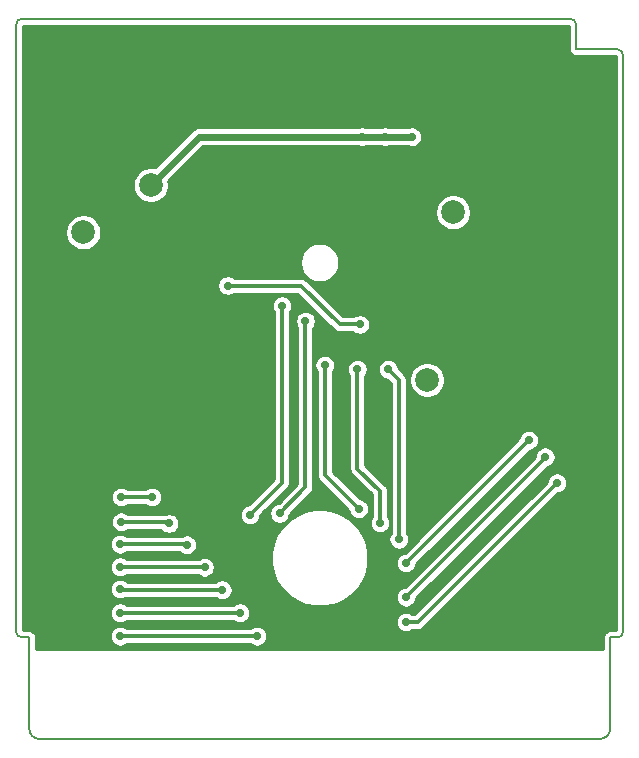
<source format=gbr>
G04 #@! TF.GenerationSoftware,KiCad,Pcbnew,5.1.5-52549c5~84~ubuntu19.10.1*
G04 #@! TF.CreationDate,2020-02-14T19:35:02+02:00*
G04 #@! TF.ProjectId,GB-CART32K-A,47422d43-4152-4543-9332-4b2d412e6b69,v1.1*
G04 #@! TF.SameCoordinates,Original*
G04 #@! TF.FileFunction,Copper,L2,Bot*
G04 #@! TF.FilePolarity,Positive*
%FSLAX46Y46*%
G04 Gerber Fmt 4.6, Leading zero omitted, Abs format (unit mm)*
G04 Created by KiCad (PCBNEW 5.1.5-52549c5~84~ubuntu19.10.1) date 2020-02-14 19:35:02*
%MOMM*%
%LPD*%
G04 APERTURE LIST*
%ADD10C,0.150000*%
%ADD11C,2.000000*%
%ADD12C,0.700000*%
%ADD13C,0.600000*%
%ADD14C,0.300000*%
%ADD15C,0.254000*%
G04 APERTURE END LIST*
D10*
X74800000Y-91400000D02*
G75*
G02X74300000Y-90900000I0J500000D01*
G01*
X74300000Y-39500000D02*
G75*
G02X74800000Y-39000000I500000J0D01*
G01*
X121200000Y-39000000D02*
G75*
G02X121700000Y-39500000I0J-500000D01*
G01*
X125200000Y-41600000D02*
G75*
G02X125700000Y-42100000I0J-500000D01*
G01*
X125700000Y-90900000D02*
G75*
G02X125200000Y-91400000I-500000J0D01*
G01*
X76300000Y-100000000D02*
G75*
G02X75400000Y-99100000I0J900000D01*
G01*
X124600000Y-99100000D02*
G75*
G02X123700000Y-100000000I-900000J0D01*
G01*
X121700000Y-39500000D02*
X121700000Y-41600000D01*
X74800000Y-39000000D02*
X121200000Y-39000000D01*
X125200000Y-41600000D02*
X121700000Y-41600000D01*
X74300000Y-90900000D02*
X74300000Y-39500000D01*
X75400000Y-91400000D02*
X74800000Y-91400000D01*
X75400000Y-99100000D02*
X75400000Y-91400000D01*
X125700000Y-90900000D02*
X125700000Y-42100000D01*
X124600000Y-91400000D02*
X125200000Y-91400000D01*
X124600000Y-99100000D02*
X124600000Y-91400000D01*
X76300000Y-100000000D02*
X123700000Y-100000000D01*
D11*
X111300000Y-55400000D03*
X109100000Y-69600000D03*
X80000000Y-57100000D03*
X85700000Y-53100000D03*
D12*
X103600000Y-49000000D03*
X105500000Y-49000000D03*
X107800000Y-49000000D03*
X87800000Y-74400000D03*
X93000000Y-55300000D03*
X93200000Y-53400000D03*
X93800000Y-51100000D03*
X123400000Y-90200000D03*
X123400000Y-89000000D03*
X123400000Y-87800000D03*
X105800000Y-68700000D03*
X103400000Y-64900000D03*
X106700000Y-83100000D03*
X92199998Y-61600002D03*
X107300000Y-85100000D03*
X117700002Y-74700002D03*
X107300000Y-88000000D03*
X119099998Y-76100128D03*
X94700000Y-91300000D03*
X83100000Y-91300000D03*
X83100000Y-89300000D03*
X93249996Y-89300000D03*
X91750000Y-87350000D03*
X83100000Y-87300000D03*
X83100000Y-85400000D03*
X90250000Y-85450000D03*
X83100002Y-83500000D03*
X88750000Y-83550000D03*
X83200000Y-81600000D03*
X87250000Y-81750006D03*
X83199999Y-79500000D03*
X85800000Y-79500000D03*
X100439998Y-68340000D03*
X103300000Y-80500000D03*
X105100000Y-81700000D03*
X103199998Y-68700000D03*
X96600000Y-80900000D03*
X98800000Y-64600000D03*
X96800000Y-63300000D03*
X94100000Y-81000000D03*
X107300000Y-90100000D03*
X120100000Y-78300000D03*
D13*
X85700000Y-53100000D02*
X89800000Y-49000000D01*
X89800000Y-49000000D02*
X103600000Y-49000000D01*
X103600000Y-49000000D02*
X105500000Y-49000000D01*
X105500000Y-49000000D02*
X107800000Y-49000000D01*
D14*
X106700000Y-69600000D02*
X106700000Y-82605026D01*
X106700000Y-82605026D02*
X106700000Y-83100000D01*
X105800000Y-68700000D02*
X106700000Y-69600000D01*
X92694972Y-61600002D02*
X92199998Y-61600002D01*
X98400002Y-61600002D02*
X92694972Y-61600002D01*
X103400000Y-64900000D02*
X101700000Y-64900000D01*
X101700000Y-64900000D02*
X98400002Y-61600002D01*
X117699998Y-74700002D02*
X117700002Y-74700002D01*
X107300000Y-85100000D02*
X117699998Y-74700002D01*
X119099998Y-76200002D02*
X119099998Y-76100128D01*
X107300000Y-88000000D02*
X119099998Y-76200002D01*
X94700000Y-91300000D02*
X83100000Y-91300000D01*
X83100000Y-89300000D02*
X93249996Y-89300000D01*
X83150000Y-87350000D02*
X83100000Y-87300000D01*
X91750000Y-87350000D02*
X83150000Y-87350000D01*
X83100000Y-85400000D02*
X90200000Y-85400000D01*
X90200000Y-85400000D02*
X90250000Y-85450000D01*
X88700000Y-83500000D02*
X88750000Y-83550000D01*
X83100002Y-83500000D02*
X88700000Y-83500000D01*
X83200000Y-81600000D02*
X87099994Y-81600000D01*
X87099994Y-81600000D02*
X87250000Y-81750006D01*
X83199999Y-79500000D02*
X85800000Y-79500000D01*
X102950001Y-80150001D02*
X103300000Y-80500000D01*
X100439998Y-77639998D02*
X102950001Y-80150001D01*
X100439998Y-68340000D02*
X100439998Y-77639998D01*
X103200000Y-68700002D02*
X103199998Y-68700000D01*
X103200000Y-77100000D02*
X103200000Y-68700002D01*
X105100000Y-81700000D02*
X105100000Y-79000000D01*
X105100000Y-79000000D02*
X103200000Y-77100000D01*
X98800000Y-78700000D02*
X98800000Y-64600000D01*
X96600000Y-80900000D02*
X98800000Y-78700000D01*
X96800000Y-63300000D02*
X96800000Y-78300000D01*
X96800000Y-78300000D02*
X94449999Y-80650001D01*
X94449999Y-80650001D02*
X94100000Y-81000000D01*
X119750001Y-78649999D02*
X120100000Y-78300000D01*
X107300000Y-90100000D02*
X108300000Y-90100000D01*
X108300000Y-90100000D02*
X119750001Y-78649999D01*
D15*
G36*
X121098001Y-41570424D02*
G01*
X121095088Y-41600000D01*
X121106711Y-41718012D01*
X121141134Y-41831490D01*
X121197034Y-41936071D01*
X121272263Y-42027737D01*
X121363929Y-42102966D01*
X121468510Y-42158866D01*
X121581988Y-42193289D01*
X121670434Y-42202000D01*
X121700000Y-42204912D01*
X121729566Y-42202000D01*
X125098001Y-42202000D01*
X125098000Y-90798000D01*
X124629566Y-90798000D01*
X124600000Y-90795088D01*
X124555224Y-90799498D01*
X124481988Y-90806711D01*
X124368510Y-90841134D01*
X124263929Y-90897034D01*
X124172263Y-90972263D01*
X124097034Y-91063929D01*
X124041134Y-91168510D01*
X124006711Y-91281988D01*
X123995088Y-91400000D01*
X123998001Y-91429577D01*
X123998001Y-92373000D01*
X76002000Y-92373000D01*
X76002000Y-91429566D01*
X76004912Y-91400000D01*
X75993289Y-91281988D01*
X75972551Y-91213623D01*
X82223000Y-91213623D01*
X82223000Y-91386377D01*
X82256703Y-91555811D01*
X82322813Y-91715415D01*
X82418790Y-91859055D01*
X82540945Y-91981210D01*
X82684585Y-92077187D01*
X82844189Y-92143297D01*
X83013623Y-92177000D01*
X83186377Y-92177000D01*
X83355811Y-92143297D01*
X83515415Y-92077187D01*
X83659055Y-91981210D01*
X83663265Y-91977000D01*
X94136735Y-91977000D01*
X94140945Y-91981210D01*
X94284585Y-92077187D01*
X94444189Y-92143297D01*
X94613623Y-92177000D01*
X94786377Y-92177000D01*
X94955811Y-92143297D01*
X95115415Y-92077187D01*
X95259055Y-91981210D01*
X95381210Y-91859055D01*
X95477187Y-91715415D01*
X95543297Y-91555811D01*
X95577000Y-91386377D01*
X95577000Y-91213623D01*
X95543297Y-91044189D01*
X95477187Y-90884585D01*
X95381210Y-90740945D01*
X95259055Y-90618790D01*
X95115415Y-90522813D01*
X94955811Y-90456703D01*
X94786377Y-90423000D01*
X94613623Y-90423000D01*
X94444189Y-90456703D01*
X94284585Y-90522813D01*
X94140945Y-90618790D01*
X94136735Y-90623000D01*
X83663265Y-90623000D01*
X83659055Y-90618790D01*
X83515415Y-90522813D01*
X83355811Y-90456703D01*
X83186377Y-90423000D01*
X83013623Y-90423000D01*
X82844189Y-90456703D01*
X82684585Y-90522813D01*
X82540945Y-90618790D01*
X82418790Y-90740945D01*
X82322813Y-90884585D01*
X82256703Y-91044189D01*
X82223000Y-91213623D01*
X75972551Y-91213623D01*
X75958866Y-91168510D01*
X75902966Y-91063929D01*
X75827737Y-90972263D01*
X75736071Y-90897034D01*
X75631490Y-90841134D01*
X75518012Y-90806711D01*
X75400000Y-90795088D01*
X75370434Y-90798000D01*
X74902000Y-90798000D01*
X74902000Y-89213623D01*
X82223000Y-89213623D01*
X82223000Y-89386377D01*
X82256703Y-89555811D01*
X82322813Y-89715415D01*
X82418790Y-89859055D01*
X82540945Y-89981210D01*
X82684585Y-90077187D01*
X82844189Y-90143297D01*
X83013623Y-90177000D01*
X83186377Y-90177000D01*
X83355811Y-90143297D01*
X83515415Y-90077187D01*
X83659055Y-89981210D01*
X83663265Y-89977000D01*
X92686731Y-89977000D01*
X92690941Y-89981210D01*
X92834581Y-90077187D01*
X92994185Y-90143297D01*
X93163619Y-90177000D01*
X93336373Y-90177000D01*
X93505807Y-90143297D01*
X93665411Y-90077187D01*
X93760541Y-90013623D01*
X106423000Y-90013623D01*
X106423000Y-90186377D01*
X106456703Y-90355811D01*
X106522813Y-90515415D01*
X106618790Y-90659055D01*
X106740945Y-90781210D01*
X106884585Y-90877187D01*
X107044189Y-90943297D01*
X107213623Y-90977000D01*
X107386377Y-90977000D01*
X107555811Y-90943297D01*
X107715415Y-90877187D01*
X107859055Y-90781210D01*
X107863265Y-90777000D01*
X108266755Y-90777000D01*
X108300000Y-90780274D01*
X108333245Y-90777000D01*
X108333252Y-90777000D01*
X108432715Y-90767204D01*
X108560330Y-90728492D01*
X108677941Y-90665628D01*
X108781027Y-90581027D01*
X108802226Y-90555196D01*
X120180423Y-79177000D01*
X120186377Y-79177000D01*
X120355811Y-79143297D01*
X120515415Y-79077187D01*
X120659055Y-78981210D01*
X120781210Y-78859055D01*
X120877187Y-78715415D01*
X120943297Y-78555811D01*
X120977000Y-78386377D01*
X120977000Y-78213623D01*
X120943297Y-78044189D01*
X120877187Y-77884585D01*
X120781210Y-77740945D01*
X120659055Y-77618790D01*
X120515415Y-77522813D01*
X120355811Y-77456703D01*
X120186377Y-77423000D01*
X120013623Y-77423000D01*
X119844189Y-77456703D01*
X119684585Y-77522813D01*
X119540945Y-77618790D01*
X119418790Y-77740945D01*
X119322813Y-77884585D01*
X119256703Y-78044189D01*
X119223000Y-78213623D01*
X119223000Y-78219577D01*
X108019578Y-89423000D01*
X107863265Y-89423000D01*
X107859055Y-89418790D01*
X107715415Y-89322813D01*
X107555811Y-89256703D01*
X107386377Y-89223000D01*
X107213623Y-89223000D01*
X107044189Y-89256703D01*
X106884585Y-89322813D01*
X106740945Y-89418790D01*
X106618790Y-89540945D01*
X106522813Y-89684585D01*
X106456703Y-89844189D01*
X106423000Y-90013623D01*
X93760541Y-90013623D01*
X93809051Y-89981210D01*
X93931206Y-89859055D01*
X94027183Y-89715415D01*
X94093293Y-89555811D01*
X94126996Y-89386377D01*
X94126996Y-89213623D01*
X94093293Y-89044189D01*
X94027183Y-88884585D01*
X93931206Y-88740945D01*
X93809051Y-88618790D01*
X93665411Y-88522813D01*
X93505807Y-88456703D01*
X93336373Y-88423000D01*
X93163619Y-88423000D01*
X92994185Y-88456703D01*
X92834581Y-88522813D01*
X92690941Y-88618790D01*
X92686731Y-88623000D01*
X83663265Y-88623000D01*
X83659055Y-88618790D01*
X83515415Y-88522813D01*
X83355811Y-88456703D01*
X83186377Y-88423000D01*
X83013623Y-88423000D01*
X82844189Y-88456703D01*
X82684585Y-88522813D01*
X82540945Y-88618790D01*
X82418790Y-88740945D01*
X82322813Y-88884585D01*
X82256703Y-89044189D01*
X82223000Y-89213623D01*
X74902000Y-89213623D01*
X74902000Y-87213623D01*
X82223000Y-87213623D01*
X82223000Y-87386377D01*
X82256703Y-87555811D01*
X82322813Y-87715415D01*
X82418790Y-87859055D01*
X82540945Y-87981210D01*
X82684585Y-88077187D01*
X82844189Y-88143297D01*
X83013623Y-88177000D01*
X83186377Y-88177000D01*
X83355811Y-88143297D01*
X83515415Y-88077187D01*
X83590525Y-88027000D01*
X91186735Y-88027000D01*
X91190945Y-88031210D01*
X91334585Y-88127187D01*
X91494189Y-88193297D01*
X91663623Y-88227000D01*
X91836377Y-88227000D01*
X92005811Y-88193297D01*
X92165415Y-88127187D01*
X92309055Y-88031210D01*
X92431210Y-87909055D01*
X92527187Y-87765415D01*
X92593297Y-87605811D01*
X92627000Y-87436377D01*
X92627000Y-87263623D01*
X92593297Y-87094189D01*
X92527187Y-86934585D01*
X92431210Y-86790945D01*
X92309055Y-86668790D01*
X92165415Y-86572813D01*
X92005811Y-86506703D01*
X91836377Y-86473000D01*
X91663623Y-86473000D01*
X91494189Y-86506703D01*
X91334585Y-86572813D01*
X91190945Y-86668790D01*
X91186735Y-86673000D01*
X83713265Y-86673000D01*
X83659055Y-86618790D01*
X83515415Y-86522813D01*
X83355811Y-86456703D01*
X83186377Y-86423000D01*
X83013623Y-86423000D01*
X82844189Y-86456703D01*
X82684585Y-86522813D01*
X82540945Y-86618790D01*
X82418790Y-86740945D01*
X82322813Y-86884585D01*
X82256703Y-87044189D01*
X82223000Y-87213623D01*
X74902000Y-87213623D01*
X74902000Y-85313623D01*
X82223000Y-85313623D01*
X82223000Y-85486377D01*
X82256703Y-85655811D01*
X82322813Y-85815415D01*
X82418790Y-85959055D01*
X82540945Y-86081210D01*
X82684585Y-86177187D01*
X82844189Y-86243297D01*
X83013623Y-86277000D01*
X83186377Y-86277000D01*
X83355811Y-86243297D01*
X83515415Y-86177187D01*
X83659055Y-86081210D01*
X83663265Y-86077000D01*
X89636735Y-86077000D01*
X89690945Y-86131210D01*
X89834585Y-86227187D01*
X89994189Y-86293297D01*
X90163623Y-86327000D01*
X90336377Y-86327000D01*
X90505811Y-86293297D01*
X90665415Y-86227187D01*
X90809055Y-86131210D01*
X90931210Y-86009055D01*
X91027187Y-85865415D01*
X91093297Y-85705811D01*
X91127000Y-85536377D01*
X91127000Y-85363623D01*
X91093297Y-85194189D01*
X91027187Y-85034585D01*
X90931210Y-84890945D01*
X90809055Y-84768790D01*
X90665415Y-84672813D01*
X90505811Y-84606703D01*
X90336377Y-84573000D01*
X90163623Y-84573000D01*
X89994189Y-84606703D01*
X89834585Y-84672813D01*
X89759475Y-84723000D01*
X83663265Y-84723000D01*
X83659055Y-84718790D01*
X83515415Y-84622813D01*
X83355811Y-84556703D01*
X83186377Y-84523000D01*
X83013623Y-84523000D01*
X82844189Y-84556703D01*
X82684585Y-84622813D01*
X82540945Y-84718790D01*
X82418790Y-84840945D01*
X82322813Y-84984585D01*
X82256703Y-85144189D01*
X82223000Y-85313623D01*
X74902000Y-85313623D01*
X74902000Y-83413623D01*
X82223002Y-83413623D01*
X82223002Y-83586377D01*
X82256705Y-83755811D01*
X82322815Y-83915415D01*
X82418792Y-84059055D01*
X82540947Y-84181210D01*
X82684587Y-84277187D01*
X82844191Y-84343297D01*
X83013625Y-84377000D01*
X83186379Y-84377000D01*
X83355813Y-84343297D01*
X83515417Y-84277187D01*
X83659057Y-84181210D01*
X83663267Y-84177000D01*
X88136735Y-84177000D01*
X88190945Y-84231210D01*
X88334585Y-84327187D01*
X88494189Y-84393297D01*
X88663623Y-84427000D01*
X88836377Y-84427000D01*
X89005811Y-84393297D01*
X89165415Y-84327187D01*
X89290622Y-84243526D01*
X95873000Y-84243526D01*
X95873000Y-85056474D01*
X96031598Y-85853802D01*
X96342700Y-86604868D01*
X96794350Y-87280809D01*
X97369191Y-87855650D01*
X98045132Y-88307300D01*
X98796198Y-88618402D01*
X99593526Y-88777000D01*
X100406474Y-88777000D01*
X101203802Y-88618402D01*
X101954868Y-88307300D01*
X102544046Y-87913623D01*
X106423000Y-87913623D01*
X106423000Y-88086377D01*
X106456703Y-88255811D01*
X106522813Y-88415415D01*
X106618790Y-88559055D01*
X106740945Y-88681210D01*
X106884585Y-88777187D01*
X107044189Y-88843297D01*
X107213623Y-88877000D01*
X107386377Y-88877000D01*
X107555811Y-88843297D01*
X107715415Y-88777187D01*
X107859055Y-88681210D01*
X107981210Y-88559055D01*
X108077187Y-88415415D01*
X108143297Y-88255811D01*
X108177000Y-88086377D01*
X108177000Y-88080422D01*
X119303615Y-76953807D01*
X119355809Y-76943425D01*
X119515413Y-76877315D01*
X119659053Y-76781338D01*
X119781208Y-76659183D01*
X119877185Y-76515543D01*
X119943295Y-76355939D01*
X119976998Y-76186505D01*
X119976998Y-76013751D01*
X119943295Y-75844317D01*
X119877185Y-75684713D01*
X119781208Y-75541073D01*
X119659053Y-75418918D01*
X119515413Y-75322941D01*
X119355809Y-75256831D01*
X119186375Y-75223128D01*
X119013621Y-75223128D01*
X118844187Y-75256831D01*
X118684583Y-75322941D01*
X118540943Y-75418918D01*
X118418788Y-75541073D01*
X118322811Y-75684713D01*
X118256701Y-75844317D01*
X118222998Y-76013751D01*
X118222998Y-76119580D01*
X107219578Y-87123000D01*
X107213623Y-87123000D01*
X107044189Y-87156703D01*
X106884585Y-87222813D01*
X106740945Y-87318790D01*
X106618790Y-87440945D01*
X106522813Y-87584585D01*
X106456703Y-87744189D01*
X106423000Y-87913623D01*
X102544046Y-87913623D01*
X102630809Y-87855650D01*
X103205650Y-87280809D01*
X103657300Y-86604868D01*
X103968402Y-85853802D01*
X104127000Y-85056474D01*
X104127000Y-85013623D01*
X106423000Y-85013623D01*
X106423000Y-85186377D01*
X106456703Y-85355811D01*
X106522813Y-85515415D01*
X106618790Y-85659055D01*
X106740945Y-85781210D01*
X106884585Y-85877187D01*
X107044189Y-85943297D01*
X107213623Y-85977000D01*
X107386377Y-85977000D01*
X107555811Y-85943297D01*
X107715415Y-85877187D01*
X107859055Y-85781210D01*
X107981210Y-85659055D01*
X108077187Y-85515415D01*
X108143297Y-85355811D01*
X108177000Y-85186377D01*
X108177000Y-85180422D01*
X117780420Y-75577002D01*
X117786379Y-75577002D01*
X117955813Y-75543299D01*
X118115417Y-75477189D01*
X118259057Y-75381212D01*
X118381212Y-75259057D01*
X118477189Y-75115417D01*
X118543299Y-74955813D01*
X118577002Y-74786379D01*
X118577002Y-74613625D01*
X118543299Y-74444191D01*
X118477189Y-74284587D01*
X118381212Y-74140947D01*
X118259057Y-74018792D01*
X118115417Y-73922815D01*
X117955813Y-73856705D01*
X117786379Y-73823002D01*
X117613625Y-73823002D01*
X117444191Y-73856705D01*
X117284587Y-73922815D01*
X117140947Y-74018792D01*
X117018792Y-74140947D01*
X116922815Y-74284587D01*
X116856705Y-74444191D01*
X116823002Y-74613625D01*
X116823002Y-74619576D01*
X107219578Y-84223000D01*
X107213623Y-84223000D01*
X107044189Y-84256703D01*
X106884585Y-84322813D01*
X106740945Y-84418790D01*
X106618790Y-84540945D01*
X106522813Y-84684585D01*
X106456703Y-84844189D01*
X106423000Y-85013623D01*
X104127000Y-85013623D01*
X104127000Y-84243526D01*
X103968402Y-83446198D01*
X103657300Y-82695132D01*
X103205650Y-82019191D01*
X102630809Y-81444350D01*
X101954868Y-80992700D01*
X101203802Y-80681598D01*
X100406474Y-80523000D01*
X99593526Y-80523000D01*
X98796198Y-80681598D01*
X98045132Y-80992700D01*
X97369191Y-81444350D01*
X96794350Y-82019191D01*
X96342700Y-82695132D01*
X96031598Y-83446198D01*
X95873000Y-84243526D01*
X89290622Y-84243526D01*
X89309055Y-84231210D01*
X89431210Y-84109055D01*
X89527187Y-83965415D01*
X89593297Y-83805811D01*
X89627000Y-83636377D01*
X89627000Y-83463623D01*
X89593297Y-83294189D01*
X89527187Y-83134585D01*
X89431210Y-82990945D01*
X89309055Y-82868790D01*
X89165415Y-82772813D01*
X89005811Y-82706703D01*
X88836377Y-82673000D01*
X88663623Y-82673000D01*
X88494189Y-82706703D01*
X88334585Y-82772813D01*
X88259475Y-82823000D01*
X83663267Y-82823000D01*
X83659057Y-82818790D01*
X83515417Y-82722813D01*
X83355813Y-82656703D01*
X83186379Y-82623000D01*
X83013625Y-82623000D01*
X82844191Y-82656703D01*
X82684587Y-82722813D01*
X82540947Y-82818790D01*
X82418792Y-82940945D01*
X82322815Y-83084585D01*
X82256705Y-83244189D01*
X82223002Y-83413623D01*
X74902000Y-83413623D01*
X74902000Y-81513623D01*
X82323000Y-81513623D01*
X82323000Y-81686377D01*
X82356703Y-81855811D01*
X82422813Y-82015415D01*
X82518790Y-82159055D01*
X82640945Y-82281210D01*
X82784585Y-82377187D01*
X82944189Y-82443297D01*
X83113623Y-82477000D01*
X83286377Y-82477000D01*
X83455811Y-82443297D01*
X83615415Y-82377187D01*
X83759055Y-82281210D01*
X83763265Y-82277000D01*
X86547368Y-82277000D01*
X86568790Y-82309061D01*
X86690945Y-82431216D01*
X86834585Y-82527193D01*
X86994189Y-82593303D01*
X87163623Y-82627006D01*
X87336377Y-82627006D01*
X87505811Y-82593303D01*
X87665415Y-82527193D01*
X87809055Y-82431216D01*
X87931210Y-82309061D01*
X88027187Y-82165421D01*
X88093297Y-82005817D01*
X88127000Y-81836383D01*
X88127000Y-81663629D01*
X88093297Y-81494195D01*
X88027187Y-81334591D01*
X87931210Y-81190951D01*
X87809055Y-81068796D01*
X87665415Y-80972819D01*
X87522503Y-80913623D01*
X93223000Y-80913623D01*
X93223000Y-81086377D01*
X93256703Y-81255811D01*
X93322813Y-81415415D01*
X93418790Y-81559055D01*
X93540945Y-81681210D01*
X93684585Y-81777187D01*
X93844189Y-81843297D01*
X94013623Y-81877000D01*
X94186377Y-81877000D01*
X94355811Y-81843297D01*
X94515415Y-81777187D01*
X94659055Y-81681210D01*
X94781210Y-81559055D01*
X94877187Y-81415415D01*
X94943297Y-81255811D01*
X94977000Y-81086377D01*
X94977000Y-81080422D01*
X95243799Y-80813623D01*
X95723000Y-80813623D01*
X95723000Y-80986377D01*
X95756703Y-81155811D01*
X95822813Y-81315415D01*
X95918790Y-81459055D01*
X96040945Y-81581210D01*
X96184585Y-81677187D01*
X96344189Y-81743297D01*
X96513623Y-81777000D01*
X96686377Y-81777000D01*
X96855811Y-81743297D01*
X97015415Y-81677187D01*
X97159055Y-81581210D01*
X97281210Y-81459055D01*
X97377187Y-81315415D01*
X97443297Y-81155811D01*
X97477000Y-80986377D01*
X97477000Y-80980422D01*
X99255206Y-79202217D01*
X99281026Y-79181027D01*
X99302218Y-79155205D01*
X99302224Y-79155199D01*
X99365628Y-79077941D01*
X99428492Y-78960330D01*
X99467204Y-78832715D01*
X99480275Y-78700000D01*
X99477000Y-78666748D01*
X99477000Y-68253623D01*
X99562998Y-68253623D01*
X99562998Y-68426377D01*
X99596701Y-68595811D01*
X99662811Y-68755415D01*
X99758788Y-68899055D01*
X99762998Y-68903265D01*
X99762999Y-77606743D01*
X99759724Y-77639998D01*
X99772794Y-77772712D01*
X99811506Y-77900327D01*
X99874370Y-78017938D01*
X99937774Y-78095196D01*
X99937777Y-78095199D01*
X99958972Y-78121025D01*
X99984798Y-78142220D01*
X102423000Y-80580422D01*
X102423000Y-80586377D01*
X102456703Y-80755811D01*
X102522813Y-80915415D01*
X102618790Y-81059055D01*
X102740945Y-81181210D01*
X102884585Y-81277187D01*
X103044189Y-81343297D01*
X103213623Y-81377000D01*
X103386377Y-81377000D01*
X103555811Y-81343297D01*
X103715415Y-81277187D01*
X103859055Y-81181210D01*
X103981210Y-81059055D01*
X104077187Y-80915415D01*
X104143297Y-80755811D01*
X104177000Y-80586377D01*
X104177000Y-80413623D01*
X104143297Y-80244189D01*
X104077187Y-80084585D01*
X103981210Y-79940945D01*
X103859055Y-79818790D01*
X103715415Y-79722813D01*
X103555811Y-79656703D01*
X103386377Y-79623000D01*
X103380422Y-79623000D01*
X101116998Y-77359576D01*
X101116998Y-68903265D01*
X101121208Y-68899055D01*
X101217185Y-68755415D01*
X101275917Y-68613623D01*
X102322998Y-68613623D01*
X102322998Y-68786377D01*
X102356701Y-68955811D01*
X102422811Y-69115415D01*
X102518788Y-69259055D01*
X102523001Y-69263268D01*
X102523000Y-77066755D01*
X102519726Y-77100000D01*
X102523000Y-77133245D01*
X102523000Y-77133251D01*
X102532796Y-77232714D01*
X102571508Y-77360329D01*
X102634372Y-77477940D01*
X102671199Y-77522813D01*
X102718973Y-77581026D01*
X102744800Y-77602222D01*
X104423001Y-79280424D01*
X104423000Y-81136735D01*
X104418790Y-81140945D01*
X104322813Y-81284585D01*
X104256703Y-81444189D01*
X104223000Y-81613623D01*
X104223000Y-81786377D01*
X104256703Y-81955811D01*
X104322813Y-82115415D01*
X104418790Y-82259055D01*
X104540945Y-82381210D01*
X104684585Y-82477187D01*
X104844189Y-82543297D01*
X105013623Y-82577000D01*
X105186377Y-82577000D01*
X105355811Y-82543297D01*
X105515415Y-82477187D01*
X105659055Y-82381210D01*
X105781210Y-82259055D01*
X105877187Y-82115415D01*
X105943297Y-81955811D01*
X105977000Y-81786377D01*
X105977000Y-81613623D01*
X105943297Y-81444189D01*
X105877187Y-81284585D01*
X105781210Y-81140945D01*
X105777000Y-81136735D01*
X105777000Y-79033252D01*
X105780275Y-79000000D01*
X105767204Y-78867285D01*
X105728492Y-78739670D01*
X105665628Y-78622059D01*
X105602224Y-78544801D01*
X105602222Y-78544799D01*
X105581027Y-78518973D01*
X105555201Y-78497778D01*
X103877000Y-76819578D01*
X103877000Y-69263263D01*
X103881208Y-69259055D01*
X103977185Y-69115415D01*
X104043295Y-68955811D01*
X104076998Y-68786377D01*
X104076998Y-68613623D01*
X104923000Y-68613623D01*
X104923000Y-68786377D01*
X104956703Y-68955811D01*
X105022813Y-69115415D01*
X105118790Y-69259055D01*
X105240945Y-69381210D01*
X105384585Y-69477187D01*
X105544189Y-69543297D01*
X105713623Y-69577000D01*
X105719578Y-69577000D01*
X106023000Y-69880422D01*
X106023001Y-82536734D01*
X106018790Y-82540945D01*
X105922813Y-82684585D01*
X105856703Y-82844189D01*
X105823000Y-83013623D01*
X105823000Y-83186377D01*
X105856703Y-83355811D01*
X105922813Y-83515415D01*
X106018790Y-83659055D01*
X106140945Y-83781210D01*
X106284585Y-83877187D01*
X106444189Y-83943297D01*
X106613623Y-83977000D01*
X106786377Y-83977000D01*
X106955811Y-83943297D01*
X107115415Y-83877187D01*
X107259055Y-83781210D01*
X107381210Y-83659055D01*
X107477187Y-83515415D01*
X107543297Y-83355811D01*
X107577000Y-83186377D01*
X107577000Y-83013623D01*
X107543297Y-82844189D01*
X107477187Y-82684585D01*
X107381210Y-82540945D01*
X107377000Y-82536735D01*
X107377000Y-69633241D01*
X107380274Y-69599999D01*
X107377000Y-69566757D01*
X107377000Y-69566748D01*
X107367204Y-69467285D01*
X107361841Y-69449604D01*
X107573000Y-69449604D01*
X107573000Y-69750396D01*
X107631681Y-70045410D01*
X107746790Y-70323306D01*
X107913901Y-70573406D01*
X108126594Y-70786099D01*
X108376694Y-70953210D01*
X108654590Y-71068319D01*
X108949604Y-71127000D01*
X109250396Y-71127000D01*
X109545410Y-71068319D01*
X109823306Y-70953210D01*
X110073406Y-70786099D01*
X110286099Y-70573406D01*
X110453210Y-70323306D01*
X110568319Y-70045410D01*
X110627000Y-69750396D01*
X110627000Y-69449604D01*
X110568319Y-69154590D01*
X110453210Y-68876694D01*
X110286099Y-68626594D01*
X110073406Y-68413901D01*
X109823306Y-68246790D01*
X109545410Y-68131681D01*
X109250396Y-68073000D01*
X108949604Y-68073000D01*
X108654590Y-68131681D01*
X108376694Y-68246790D01*
X108126594Y-68413901D01*
X107913901Y-68626594D01*
X107746790Y-68876694D01*
X107631681Y-69154590D01*
X107573000Y-69449604D01*
X107361841Y-69449604D01*
X107328492Y-69339670D01*
X107265628Y-69222059D01*
X107181026Y-69118973D01*
X107155200Y-69097778D01*
X106677000Y-68619578D01*
X106677000Y-68613623D01*
X106643297Y-68444189D01*
X106577187Y-68284585D01*
X106481210Y-68140945D01*
X106359055Y-68018790D01*
X106215415Y-67922813D01*
X106055811Y-67856703D01*
X105886377Y-67823000D01*
X105713623Y-67823000D01*
X105544189Y-67856703D01*
X105384585Y-67922813D01*
X105240945Y-68018790D01*
X105118790Y-68140945D01*
X105022813Y-68284585D01*
X104956703Y-68444189D01*
X104923000Y-68613623D01*
X104076998Y-68613623D01*
X104043295Y-68444189D01*
X103977185Y-68284585D01*
X103881208Y-68140945D01*
X103759053Y-68018790D01*
X103615413Y-67922813D01*
X103455809Y-67856703D01*
X103286375Y-67823000D01*
X103113621Y-67823000D01*
X102944187Y-67856703D01*
X102784583Y-67922813D01*
X102640943Y-68018790D01*
X102518788Y-68140945D01*
X102422811Y-68284585D01*
X102356701Y-68444189D01*
X102322998Y-68613623D01*
X101275917Y-68613623D01*
X101283295Y-68595811D01*
X101316998Y-68426377D01*
X101316998Y-68253623D01*
X101283295Y-68084189D01*
X101217185Y-67924585D01*
X101121208Y-67780945D01*
X100999053Y-67658790D01*
X100855413Y-67562813D01*
X100695809Y-67496703D01*
X100526375Y-67463000D01*
X100353621Y-67463000D01*
X100184187Y-67496703D01*
X100024583Y-67562813D01*
X99880943Y-67658790D01*
X99758788Y-67780945D01*
X99662811Y-67924585D01*
X99596701Y-68084189D01*
X99562998Y-68253623D01*
X99477000Y-68253623D01*
X99477000Y-65163265D01*
X99481210Y-65159055D01*
X99577187Y-65015415D01*
X99643297Y-64855811D01*
X99677000Y-64686377D01*
X99677000Y-64513623D01*
X99643297Y-64344189D01*
X99577187Y-64184585D01*
X99481210Y-64040945D01*
X99359055Y-63918790D01*
X99215415Y-63822813D01*
X99055811Y-63756703D01*
X98886377Y-63723000D01*
X98713623Y-63723000D01*
X98544189Y-63756703D01*
X98384585Y-63822813D01*
X98240945Y-63918790D01*
X98118790Y-64040945D01*
X98022813Y-64184585D01*
X97956703Y-64344189D01*
X97923000Y-64513623D01*
X97923000Y-64686377D01*
X97956703Y-64855811D01*
X98022813Y-65015415D01*
X98118790Y-65159055D01*
X98123001Y-65163266D01*
X98123000Y-78419577D01*
X96519578Y-80023000D01*
X96513623Y-80023000D01*
X96344189Y-80056703D01*
X96184585Y-80122813D01*
X96040945Y-80218790D01*
X95918790Y-80340945D01*
X95822813Y-80484585D01*
X95756703Y-80644189D01*
X95723000Y-80813623D01*
X95243799Y-80813623D01*
X97255196Y-78802226D01*
X97281027Y-78781027D01*
X97365628Y-78677941D01*
X97428492Y-78560330D01*
X97467204Y-78432715D01*
X97477000Y-78333252D01*
X97477000Y-78333243D01*
X97480274Y-78300001D01*
X97477000Y-78266759D01*
X97477000Y-63863265D01*
X97481210Y-63859055D01*
X97577187Y-63715415D01*
X97643297Y-63555811D01*
X97677000Y-63386377D01*
X97677000Y-63213623D01*
X97643297Y-63044189D01*
X97577187Y-62884585D01*
X97481210Y-62740945D01*
X97359055Y-62618790D01*
X97215415Y-62522813D01*
X97055811Y-62456703D01*
X96886377Y-62423000D01*
X96713623Y-62423000D01*
X96544189Y-62456703D01*
X96384585Y-62522813D01*
X96240945Y-62618790D01*
X96118790Y-62740945D01*
X96022813Y-62884585D01*
X95956703Y-63044189D01*
X95923000Y-63213623D01*
X95923000Y-63386377D01*
X95956703Y-63555811D01*
X96022813Y-63715415D01*
X96118790Y-63859055D01*
X96123000Y-63863265D01*
X96123001Y-78019577D01*
X94019578Y-80123000D01*
X94013623Y-80123000D01*
X93844189Y-80156703D01*
X93684585Y-80222813D01*
X93540945Y-80318790D01*
X93418790Y-80440945D01*
X93322813Y-80584585D01*
X93256703Y-80744189D01*
X93223000Y-80913623D01*
X87522503Y-80913623D01*
X87505811Y-80906709D01*
X87336377Y-80873006D01*
X87163623Y-80873006D01*
X86994189Y-80906709D01*
X86954859Y-80923000D01*
X83763265Y-80923000D01*
X83759055Y-80918790D01*
X83615415Y-80822813D01*
X83455811Y-80756703D01*
X83286377Y-80723000D01*
X83113623Y-80723000D01*
X82944189Y-80756703D01*
X82784585Y-80822813D01*
X82640945Y-80918790D01*
X82518790Y-81040945D01*
X82422813Y-81184585D01*
X82356703Y-81344189D01*
X82323000Y-81513623D01*
X74902000Y-81513623D01*
X74902000Y-79413623D01*
X82322999Y-79413623D01*
X82322999Y-79586377D01*
X82356702Y-79755811D01*
X82422812Y-79915415D01*
X82518789Y-80059055D01*
X82640944Y-80181210D01*
X82784584Y-80277187D01*
X82944188Y-80343297D01*
X83113622Y-80377000D01*
X83286376Y-80377000D01*
X83455810Y-80343297D01*
X83615414Y-80277187D01*
X83759054Y-80181210D01*
X83763264Y-80177000D01*
X85236735Y-80177000D01*
X85240945Y-80181210D01*
X85384585Y-80277187D01*
X85544189Y-80343297D01*
X85713623Y-80377000D01*
X85886377Y-80377000D01*
X86055811Y-80343297D01*
X86215415Y-80277187D01*
X86359055Y-80181210D01*
X86481210Y-80059055D01*
X86577187Y-79915415D01*
X86643297Y-79755811D01*
X86677000Y-79586377D01*
X86677000Y-79413623D01*
X86643297Y-79244189D01*
X86577187Y-79084585D01*
X86481210Y-78940945D01*
X86359055Y-78818790D01*
X86215415Y-78722813D01*
X86055811Y-78656703D01*
X85886377Y-78623000D01*
X85713623Y-78623000D01*
X85544189Y-78656703D01*
X85384585Y-78722813D01*
X85240945Y-78818790D01*
X85236735Y-78823000D01*
X83763264Y-78823000D01*
X83759054Y-78818790D01*
X83615414Y-78722813D01*
X83455810Y-78656703D01*
X83286376Y-78623000D01*
X83113622Y-78623000D01*
X82944188Y-78656703D01*
X82784584Y-78722813D01*
X82640944Y-78818790D01*
X82518789Y-78940945D01*
X82422812Y-79084585D01*
X82356702Y-79244189D01*
X82322999Y-79413623D01*
X74902000Y-79413623D01*
X74902000Y-61513625D01*
X91322998Y-61513625D01*
X91322998Y-61686379D01*
X91356701Y-61855813D01*
X91422811Y-62015417D01*
X91518788Y-62159057D01*
X91640943Y-62281212D01*
X91784583Y-62377189D01*
X91944187Y-62443299D01*
X92113621Y-62477002D01*
X92286375Y-62477002D01*
X92455809Y-62443299D01*
X92615413Y-62377189D01*
X92759053Y-62281212D01*
X92763263Y-62277002D01*
X98119580Y-62277002D01*
X101197778Y-65355201D01*
X101218973Y-65381027D01*
X101322059Y-65465628D01*
X101439670Y-65528492D01*
X101567285Y-65567204D01*
X101666748Y-65577000D01*
X101666755Y-65577000D01*
X101700000Y-65580274D01*
X101733245Y-65577000D01*
X102836735Y-65577000D01*
X102840945Y-65581210D01*
X102984585Y-65677187D01*
X103144189Y-65743297D01*
X103313623Y-65777000D01*
X103486377Y-65777000D01*
X103655811Y-65743297D01*
X103815415Y-65677187D01*
X103959055Y-65581210D01*
X104081210Y-65459055D01*
X104177187Y-65315415D01*
X104243297Y-65155811D01*
X104277000Y-64986377D01*
X104277000Y-64813623D01*
X104243297Y-64644189D01*
X104177187Y-64484585D01*
X104081210Y-64340945D01*
X103959055Y-64218790D01*
X103815415Y-64122813D01*
X103655811Y-64056703D01*
X103486377Y-64023000D01*
X103313623Y-64023000D01*
X103144189Y-64056703D01*
X102984585Y-64122813D01*
X102840945Y-64218790D01*
X102836735Y-64223000D01*
X101980423Y-64223000D01*
X98902228Y-61144806D01*
X98881029Y-61118975D01*
X98777943Y-61034374D01*
X98660332Y-60971510D01*
X98532717Y-60932798D01*
X98433254Y-60923002D01*
X98433247Y-60923002D01*
X98400002Y-60919728D01*
X98366757Y-60923002D01*
X92763263Y-60923002D01*
X92759053Y-60918792D01*
X92615413Y-60822815D01*
X92455809Y-60756705D01*
X92286375Y-60723002D01*
X92113621Y-60723002D01*
X91944187Y-60756705D01*
X91784583Y-60822815D01*
X91640943Y-60918792D01*
X91518788Y-61040947D01*
X91422811Y-61184587D01*
X91356701Y-61344191D01*
X91322998Y-61513625D01*
X74902000Y-61513625D01*
X74902000Y-59484830D01*
X98323000Y-59484830D01*
X98323000Y-59815170D01*
X98387446Y-60139163D01*
X98513862Y-60444357D01*
X98697389Y-60719025D01*
X98930975Y-60952611D01*
X99205643Y-61136138D01*
X99510837Y-61262554D01*
X99834830Y-61327000D01*
X100165170Y-61327000D01*
X100489163Y-61262554D01*
X100794357Y-61136138D01*
X101069025Y-60952611D01*
X101302611Y-60719025D01*
X101486138Y-60444357D01*
X101612554Y-60139163D01*
X101677000Y-59815170D01*
X101677000Y-59484830D01*
X101612554Y-59160837D01*
X101486138Y-58855643D01*
X101302611Y-58580975D01*
X101069025Y-58347389D01*
X100794357Y-58163862D01*
X100489163Y-58037446D01*
X100165170Y-57973000D01*
X99834830Y-57973000D01*
X99510837Y-58037446D01*
X99205643Y-58163862D01*
X98930975Y-58347389D01*
X98697389Y-58580975D01*
X98513862Y-58855643D01*
X98387446Y-59160837D01*
X98323000Y-59484830D01*
X74902000Y-59484830D01*
X74902000Y-56949604D01*
X78473000Y-56949604D01*
X78473000Y-57250396D01*
X78531681Y-57545410D01*
X78646790Y-57823306D01*
X78813901Y-58073406D01*
X79026594Y-58286099D01*
X79276694Y-58453210D01*
X79554590Y-58568319D01*
X79849604Y-58627000D01*
X80150396Y-58627000D01*
X80445410Y-58568319D01*
X80723306Y-58453210D01*
X80973406Y-58286099D01*
X81186099Y-58073406D01*
X81353210Y-57823306D01*
X81468319Y-57545410D01*
X81527000Y-57250396D01*
X81527000Y-56949604D01*
X81468319Y-56654590D01*
X81353210Y-56376694D01*
X81186099Y-56126594D01*
X80973406Y-55913901D01*
X80723306Y-55746790D01*
X80445410Y-55631681D01*
X80150396Y-55573000D01*
X79849604Y-55573000D01*
X79554590Y-55631681D01*
X79276694Y-55746790D01*
X79026594Y-55913901D01*
X78813901Y-56126594D01*
X78646790Y-56376694D01*
X78531681Y-56654590D01*
X78473000Y-56949604D01*
X74902000Y-56949604D01*
X74902000Y-55249604D01*
X109773000Y-55249604D01*
X109773000Y-55550396D01*
X109831681Y-55845410D01*
X109946790Y-56123306D01*
X110113901Y-56373406D01*
X110326594Y-56586099D01*
X110576694Y-56753210D01*
X110854590Y-56868319D01*
X111149604Y-56927000D01*
X111450396Y-56927000D01*
X111745410Y-56868319D01*
X112023306Y-56753210D01*
X112273406Y-56586099D01*
X112486099Y-56373406D01*
X112653210Y-56123306D01*
X112768319Y-55845410D01*
X112827000Y-55550396D01*
X112827000Y-55249604D01*
X112768319Y-54954590D01*
X112653210Y-54676694D01*
X112486099Y-54426594D01*
X112273406Y-54213901D01*
X112023306Y-54046790D01*
X111745410Y-53931681D01*
X111450396Y-53873000D01*
X111149604Y-53873000D01*
X110854590Y-53931681D01*
X110576694Y-54046790D01*
X110326594Y-54213901D01*
X110113901Y-54426594D01*
X109946790Y-54676694D01*
X109831681Y-54954590D01*
X109773000Y-55249604D01*
X74902000Y-55249604D01*
X74902000Y-52949604D01*
X84173000Y-52949604D01*
X84173000Y-53250396D01*
X84231681Y-53545410D01*
X84346790Y-53823306D01*
X84513901Y-54073406D01*
X84726594Y-54286099D01*
X84976694Y-54453210D01*
X85254590Y-54568319D01*
X85549604Y-54627000D01*
X85850396Y-54627000D01*
X86145410Y-54568319D01*
X86423306Y-54453210D01*
X86673406Y-54286099D01*
X86886099Y-54073406D01*
X87053210Y-53823306D01*
X87168319Y-53545410D01*
X87227000Y-53250396D01*
X87227000Y-52949604D01*
X87192649Y-52776905D01*
X90142555Y-49827000D01*
X103304844Y-49827000D01*
X103344189Y-49843297D01*
X103513623Y-49877000D01*
X103686377Y-49877000D01*
X103855811Y-49843297D01*
X103895156Y-49827000D01*
X105204844Y-49827000D01*
X105244189Y-49843297D01*
X105413623Y-49877000D01*
X105586377Y-49877000D01*
X105755811Y-49843297D01*
X105795156Y-49827000D01*
X107504844Y-49827000D01*
X107544189Y-49843297D01*
X107713623Y-49877000D01*
X107886377Y-49877000D01*
X108055811Y-49843297D01*
X108215415Y-49777187D01*
X108359055Y-49681210D01*
X108481210Y-49559055D01*
X108577187Y-49415415D01*
X108643297Y-49255811D01*
X108677000Y-49086377D01*
X108677000Y-48913623D01*
X108643297Y-48744189D01*
X108577187Y-48584585D01*
X108481210Y-48440945D01*
X108359055Y-48318790D01*
X108215415Y-48222813D01*
X108055811Y-48156703D01*
X107886377Y-48123000D01*
X107713623Y-48123000D01*
X107544189Y-48156703D01*
X107504844Y-48173000D01*
X105795156Y-48173000D01*
X105755811Y-48156703D01*
X105586377Y-48123000D01*
X105413623Y-48123000D01*
X105244189Y-48156703D01*
X105204844Y-48173000D01*
X103895156Y-48173000D01*
X103855811Y-48156703D01*
X103686377Y-48123000D01*
X103513623Y-48123000D01*
X103344189Y-48156703D01*
X103304844Y-48173000D01*
X89840614Y-48173000D01*
X89800000Y-48169000D01*
X89759386Y-48173000D01*
X89759376Y-48173000D01*
X89637880Y-48184966D01*
X89529278Y-48217910D01*
X89481989Y-48232255D01*
X89338320Y-48309048D01*
X89243948Y-48386497D01*
X89243941Y-48386504D01*
X89212394Y-48412394D01*
X89186504Y-48443941D01*
X86023095Y-51607351D01*
X85850396Y-51573000D01*
X85549604Y-51573000D01*
X85254590Y-51631681D01*
X84976694Y-51746790D01*
X84726594Y-51913901D01*
X84513901Y-52126594D01*
X84346790Y-52376694D01*
X84231681Y-52654590D01*
X84173000Y-52949604D01*
X74902000Y-52949604D01*
X74902000Y-39602000D01*
X121098000Y-39602000D01*
X121098001Y-41570424D01*
G37*
X121098001Y-41570424D02*
X121095088Y-41600000D01*
X121106711Y-41718012D01*
X121141134Y-41831490D01*
X121197034Y-41936071D01*
X121272263Y-42027737D01*
X121363929Y-42102966D01*
X121468510Y-42158866D01*
X121581988Y-42193289D01*
X121670434Y-42202000D01*
X121700000Y-42204912D01*
X121729566Y-42202000D01*
X125098001Y-42202000D01*
X125098000Y-90798000D01*
X124629566Y-90798000D01*
X124600000Y-90795088D01*
X124555224Y-90799498D01*
X124481988Y-90806711D01*
X124368510Y-90841134D01*
X124263929Y-90897034D01*
X124172263Y-90972263D01*
X124097034Y-91063929D01*
X124041134Y-91168510D01*
X124006711Y-91281988D01*
X123995088Y-91400000D01*
X123998001Y-91429577D01*
X123998001Y-92373000D01*
X76002000Y-92373000D01*
X76002000Y-91429566D01*
X76004912Y-91400000D01*
X75993289Y-91281988D01*
X75972551Y-91213623D01*
X82223000Y-91213623D01*
X82223000Y-91386377D01*
X82256703Y-91555811D01*
X82322813Y-91715415D01*
X82418790Y-91859055D01*
X82540945Y-91981210D01*
X82684585Y-92077187D01*
X82844189Y-92143297D01*
X83013623Y-92177000D01*
X83186377Y-92177000D01*
X83355811Y-92143297D01*
X83515415Y-92077187D01*
X83659055Y-91981210D01*
X83663265Y-91977000D01*
X94136735Y-91977000D01*
X94140945Y-91981210D01*
X94284585Y-92077187D01*
X94444189Y-92143297D01*
X94613623Y-92177000D01*
X94786377Y-92177000D01*
X94955811Y-92143297D01*
X95115415Y-92077187D01*
X95259055Y-91981210D01*
X95381210Y-91859055D01*
X95477187Y-91715415D01*
X95543297Y-91555811D01*
X95577000Y-91386377D01*
X95577000Y-91213623D01*
X95543297Y-91044189D01*
X95477187Y-90884585D01*
X95381210Y-90740945D01*
X95259055Y-90618790D01*
X95115415Y-90522813D01*
X94955811Y-90456703D01*
X94786377Y-90423000D01*
X94613623Y-90423000D01*
X94444189Y-90456703D01*
X94284585Y-90522813D01*
X94140945Y-90618790D01*
X94136735Y-90623000D01*
X83663265Y-90623000D01*
X83659055Y-90618790D01*
X83515415Y-90522813D01*
X83355811Y-90456703D01*
X83186377Y-90423000D01*
X83013623Y-90423000D01*
X82844189Y-90456703D01*
X82684585Y-90522813D01*
X82540945Y-90618790D01*
X82418790Y-90740945D01*
X82322813Y-90884585D01*
X82256703Y-91044189D01*
X82223000Y-91213623D01*
X75972551Y-91213623D01*
X75958866Y-91168510D01*
X75902966Y-91063929D01*
X75827737Y-90972263D01*
X75736071Y-90897034D01*
X75631490Y-90841134D01*
X75518012Y-90806711D01*
X75400000Y-90795088D01*
X75370434Y-90798000D01*
X74902000Y-90798000D01*
X74902000Y-89213623D01*
X82223000Y-89213623D01*
X82223000Y-89386377D01*
X82256703Y-89555811D01*
X82322813Y-89715415D01*
X82418790Y-89859055D01*
X82540945Y-89981210D01*
X82684585Y-90077187D01*
X82844189Y-90143297D01*
X83013623Y-90177000D01*
X83186377Y-90177000D01*
X83355811Y-90143297D01*
X83515415Y-90077187D01*
X83659055Y-89981210D01*
X83663265Y-89977000D01*
X92686731Y-89977000D01*
X92690941Y-89981210D01*
X92834581Y-90077187D01*
X92994185Y-90143297D01*
X93163619Y-90177000D01*
X93336373Y-90177000D01*
X93505807Y-90143297D01*
X93665411Y-90077187D01*
X93760541Y-90013623D01*
X106423000Y-90013623D01*
X106423000Y-90186377D01*
X106456703Y-90355811D01*
X106522813Y-90515415D01*
X106618790Y-90659055D01*
X106740945Y-90781210D01*
X106884585Y-90877187D01*
X107044189Y-90943297D01*
X107213623Y-90977000D01*
X107386377Y-90977000D01*
X107555811Y-90943297D01*
X107715415Y-90877187D01*
X107859055Y-90781210D01*
X107863265Y-90777000D01*
X108266755Y-90777000D01*
X108300000Y-90780274D01*
X108333245Y-90777000D01*
X108333252Y-90777000D01*
X108432715Y-90767204D01*
X108560330Y-90728492D01*
X108677941Y-90665628D01*
X108781027Y-90581027D01*
X108802226Y-90555196D01*
X120180423Y-79177000D01*
X120186377Y-79177000D01*
X120355811Y-79143297D01*
X120515415Y-79077187D01*
X120659055Y-78981210D01*
X120781210Y-78859055D01*
X120877187Y-78715415D01*
X120943297Y-78555811D01*
X120977000Y-78386377D01*
X120977000Y-78213623D01*
X120943297Y-78044189D01*
X120877187Y-77884585D01*
X120781210Y-77740945D01*
X120659055Y-77618790D01*
X120515415Y-77522813D01*
X120355811Y-77456703D01*
X120186377Y-77423000D01*
X120013623Y-77423000D01*
X119844189Y-77456703D01*
X119684585Y-77522813D01*
X119540945Y-77618790D01*
X119418790Y-77740945D01*
X119322813Y-77884585D01*
X119256703Y-78044189D01*
X119223000Y-78213623D01*
X119223000Y-78219577D01*
X108019578Y-89423000D01*
X107863265Y-89423000D01*
X107859055Y-89418790D01*
X107715415Y-89322813D01*
X107555811Y-89256703D01*
X107386377Y-89223000D01*
X107213623Y-89223000D01*
X107044189Y-89256703D01*
X106884585Y-89322813D01*
X106740945Y-89418790D01*
X106618790Y-89540945D01*
X106522813Y-89684585D01*
X106456703Y-89844189D01*
X106423000Y-90013623D01*
X93760541Y-90013623D01*
X93809051Y-89981210D01*
X93931206Y-89859055D01*
X94027183Y-89715415D01*
X94093293Y-89555811D01*
X94126996Y-89386377D01*
X94126996Y-89213623D01*
X94093293Y-89044189D01*
X94027183Y-88884585D01*
X93931206Y-88740945D01*
X93809051Y-88618790D01*
X93665411Y-88522813D01*
X93505807Y-88456703D01*
X93336373Y-88423000D01*
X93163619Y-88423000D01*
X92994185Y-88456703D01*
X92834581Y-88522813D01*
X92690941Y-88618790D01*
X92686731Y-88623000D01*
X83663265Y-88623000D01*
X83659055Y-88618790D01*
X83515415Y-88522813D01*
X83355811Y-88456703D01*
X83186377Y-88423000D01*
X83013623Y-88423000D01*
X82844189Y-88456703D01*
X82684585Y-88522813D01*
X82540945Y-88618790D01*
X82418790Y-88740945D01*
X82322813Y-88884585D01*
X82256703Y-89044189D01*
X82223000Y-89213623D01*
X74902000Y-89213623D01*
X74902000Y-87213623D01*
X82223000Y-87213623D01*
X82223000Y-87386377D01*
X82256703Y-87555811D01*
X82322813Y-87715415D01*
X82418790Y-87859055D01*
X82540945Y-87981210D01*
X82684585Y-88077187D01*
X82844189Y-88143297D01*
X83013623Y-88177000D01*
X83186377Y-88177000D01*
X83355811Y-88143297D01*
X83515415Y-88077187D01*
X83590525Y-88027000D01*
X91186735Y-88027000D01*
X91190945Y-88031210D01*
X91334585Y-88127187D01*
X91494189Y-88193297D01*
X91663623Y-88227000D01*
X91836377Y-88227000D01*
X92005811Y-88193297D01*
X92165415Y-88127187D01*
X92309055Y-88031210D01*
X92431210Y-87909055D01*
X92527187Y-87765415D01*
X92593297Y-87605811D01*
X92627000Y-87436377D01*
X92627000Y-87263623D01*
X92593297Y-87094189D01*
X92527187Y-86934585D01*
X92431210Y-86790945D01*
X92309055Y-86668790D01*
X92165415Y-86572813D01*
X92005811Y-86506703D01*
X91836377Y-86473000D01*
X91663623Y-86473000D01*
X91494189Y-86506703D01*
X91334585Y-86572813D01*
X91190945Y-86668790D01*
X91186735Y-86673000D01*
X83713265Y-86673000D01*
X83659055Y-86618790D01*
X83515415Y-86522813D01*
X83355811Y-86456703D01*
X83186377Y-86423000D01*
X83013623Y-86423000D01*
X82844189Y-86456703D01*
X82684585Y-86522813D01*
X82540945Y-86618790D01*
X82418790Y-86740945D01*
X82322813Y-86884585D01*
X82256703Y-87044189D01*
X82223000Y-87213623D01*
X74902000Y-87213623D01*
X74902000Y-85313623D01*
X82223000Y-85313623D01*
X82223000Y-85486377D01*
X82256703Y-85655811D01*
X82322813Y-85815415D01*
X82418790Y-85959055D01*
X82540945Y-86081210D01*
X82684585Y-86177187D01*
X82844189Y-86243297D01*
X83013623Y-86277000D01*
X83186377Y-86277000D01*
X83355811Y-86243297D01*
X83515415Y-86177187D01*
X83659055Y-86081210D01*
X83663265Y-86077000D01*
X89636735Y-86077000D01*
X89690945Y-86131210D01*
X89834585Y-86227187D01*
X89994189Y-86293297D01*
X90163623Y-86327000D01*
X90336377Y-86327000D01*
X90505811Y-86293297D01*
X90665415Y-86227187D01*
X90809055Y-86131210D01*
X90931210Y-86009055D01*
X91027187Y-85865415D01*
X91093297Y-85705811D01*
X91127000Y-85536377D01*
X91127000Y-85363623D01*
X91093297Y-85194189D01*
X91027187Y-85034585D01*
X90931210Y-84890945D01*
X90809055Y-84768790D01*
X90665415Y-84672813D01*
X90505811Y-84606703D01*
X90336377Y-84573000D01*
X90163623Y-84573000D01*
X89994189Y-84606703D01*
X89834585Y-84672813D01*
X89759475Y-84723000D01*
X83663265Y-84723000D01*
X83659055Y-84718790D01*
X83515415Y-84622813D01*
X83355811Y-84556703D01*
X83186377Y-84523000D01*
X83013623Y-84523000D01*
X82844189Y-84556703D01*
X82684585Y-84622813D01*
X82540945Y-84718790D01*
X82418790Y-84840945D01*
X82322813Y-84984585D01*
X82256703Y-85144189D01*
X82223000Y-85313623D01*
X74902000Y-85313623D01*
X74902000Y-83413623D01*
X82223002Y-83413623D01*
X82223002Y-83586377D01*
X82256705Y-83755811D01*
X82322815Y-83915415D01*
X82418792Y-84059055D01*
X82540947Y-84181210D01*
X82684587Y-84277187D01*
X82844191Y-84343297D01*
X83013625Y-84377000D01*
X83186379Y-84377000D01*
X83355813Y-84343297D01*
X83515417Y-84277187D01*
X83659057Y-84181210D01*
X83663267Y-84177000D01*
X88136735Y-84177000D01*
X88190945Y-84231210D01*
X88334585Y-84327187D01*
X88494189Y-84393297D01*
X88663623Y-84427000D01*
X88836377Y-84427000D01*
X89005811Y-84393297D01*
X89165415Y-84327187D01*
X89290622Y-84243526D01*
X95873000Y-84243526D01*
X95873000Y-85056474D01*
X96031598Y-85853802D01*
X96342700Y-86604868D01*
X96794350Y-87280809D01*
X97369191Y-87855650D01*
X98045132Y-88307300D01*
X98796198Y-88618402D01*
X99593526Y-88777000D01*
X100406474Y-88777000D01*
X101203802Y-88618402D01*
X101954868Y-88307300D01*
X102544046Y-87913623D01*
X106423000Y-87913623D01*
X106423000Y-88086377D01*
X106456703Y-88255811D01*
X106522813Y-88415415D01*
X106618790Y-88559055D01*
X106740945Y-88681210D01*
X106884585Y-88777187D01*
X107044189Y-88843297D01*
X107213623Y-88877000D01*
X107386377Y-88877000D01*
X107555811Y-88843297D01*
X107715415Y-88777187D01*
X107859055Y-88681210D01*
X107981210Y-88559055D01*
X108077187Y-88415415D01*
X108143297Y-88255811D01*
X108177000Y-88086377D01*
X108177000Y-88080422D01*
X119303615Y-76953807D01*
X119355809Y-76943425D01*
X119515413Y-76877315D01*
X119659053Y-76781338D01*
X119781208Y-76659183D01*
X119877185Y-76515543D01*
X119943295Y-76355939D01*
X119976998Y-76186505D01*
X119976998Y-76013751D01*
X119943295Y-75844317D01*
X119877185Y-75684713D01*
X119781208Y-75541073D01*
X119659053Y-75418918D01*
X119515413Y-75322941D01*
X119355809Y-75256831D01*
X119186375Y-75223128D01*
X119013621Y-75223128D01*
X118844187Y-75256831D01*
X118684583Y-75322941D01*
X118540943Y-75418918D01*
X118418788Y-75541073D01*
X118322811Y-75684713D01*
X118256701Y-75844317D01*
X118222998Y-76013751D01*
X118222998Y-76119580D01*
X107219578Y-87123000D01*
X107213623Y-87123000D01*
X107044189Y-87156703D01*
X106884585Y-87222813D01*
X106740945Y-87318790D01*
X106618790Y-87440945D01*
X106522813Y-87584585D01*
X106456703Y-87744189D01*
X106423000Y-87913623D01*
X102544046Y-87913623D01*
X102630809Y-87855650D01*
X103205650Y-87280809D01*
X103657300Y-86604868D01*
X103968402Y-85853802D01*
X104127000Y-85056474D01*
X104127000Y-85013623D01*
X106423000Y-85013623D01*
X106423000Y-85186377D01*
X106456703Y-85355811D01*
X106522813Y-85515415D01*
X106618790Y-85659055D01*
X106740945Y-85781210D01*
X106884585Y-85877187D01*
X107044189Y-85943297D01*
X107213623Y-85977000D01*
X107386377Y-85977000D01*
X107555811Y-85943297D01*
X107715415Y-85877187D01*
X107859055Y-85781210D01*
X107981210Y-85659055D01*
X108077187Y-85515415D01*
X108143297Y-85355811D01*
X108177000Y-85186377D01*
X108177000Y-85180422D01*
X117780420Y-75577002D01*
X117786379Y-75577002D01*
X117955813Y-75543299D01*
X118115417Y-75477189D01*
X118259057Y-75381212D01*
X118381212Y-75259057D01*
X118477189Y-75115417D01*
X118543299Y-74955813D01*
X118577002Y-74786379D01*
X118577002Y-74613625D01*
X118543299Y-74444191D01*
X118477189Y-74284587D01*
X118381212Y-74140947D01*
X118259057Y-74018792D01*
X118115417Y-73922815D01*
X117955813Y-73856705D01*
X117786379Y-73823002D01*
X117613625Y-73823002D01*
X117444191Y-73856705D01*
X117284587Y-73922815D01*
X117140947Y-74018792D01*
X117018792Y-74140947D01*
X116922815Y-74284587D01*
X116856705Y-74444191D01*
X116823002Y-74613625D01*
X116823002Y-74619576D01*
X107219578Y-84223000D01*
X107213623Y-84223000D01*
X107044189Y-84256703D01*
X106884585Y-84322813D01*
X106740945Y-84418790D01*
X106618790Y-84540945D01*
X106522813Y-84684585D01*
X106456703Y-84844189D01*
X106423000Y-85013623D01*
X104127000Y-85013623D01*
X104127000Y-84243526D01*
X103968402Y-83446198D01*
X103657300Y-82695132D01*
X103205650Y-82019191D01*
X102630809Y-81444350D01*
X101954868Y-80992700D01*
X101203802Y-80681598D01*
X100406474Y-80523000D01*
X99593526Y-80523000D01*
X98796198Y-80681598D01*
X98045132Y-80992700D01*
X97369191Y-81444350D01*
X96794350Y-82019191D01*
X96342700Y-82695132D01*
X96031598Y-83446198D01*
X95873000Y-84243526D01*
X89290622Y-84243526D01*
X89309055Y-84231210D01*
X89431210Y-84109055D01*
X89527187Y-83965415D01*
X89593297Y-83805811D01*
X89627000Y-83636377D01*
X89627000Y-83463623D01*
X89593297Y-83294189D01*
X89527187Y-83134585D01*
X89431210Y-82990945D01*
X89309055Y-82868790D01*
X89165415Y-82772813D01*
X89005811Y-82706703D01*
X88836377Y-82673000D01*
X88663623Y-82673000D01*
X88494189Y-82706703D01*
X88334585Y-82772813D01*
X88259475Y-82823000D01*
X83663267Y-82823000D01*
X83659057Y-82818790D01*
X83515417Y-82722813D01*
X83355813Y-82656703D01*
X83186379Y-82623000D01*
X83013625Y-82623000D01*
X82844191Y-82656703D01*
X82684587Y-82722813D01*
X82540947Y-82818790D01*
X82418792Y-82940945D01*
X82322815Y-83084585D01*
X82256705Y-83244189D01*
X82223002Y-83413623D01*
X74902000Y-83413623D01*
X74902000Y-81513623D01*
X82323000Y-81513623D01*
X82323000Y-81686377D01*
X82356703Y-81855811D01*
X82422813Y-82015415D01*
X82518790Y-82159055D01*
X82640945Y-82281210D01*
X82784585Y-82377187D01*
X82944189Y-82443297D01*
X83113623Y-82477000D01*
X83286377Y-82477000D01*
X83455811Y-82443297D01*
X83615415Y-82377187D01*
X83759055Y-82281210D01*
X83763265Y-82277000D01*
X86547368Y-82277000D01*
X86568790Y-82309061D01*
X86690945Y-82431216D01*
X86834585Y-82527193D01*
X86994189Y-82593303D01*
X87163623Y-82627006D01*
X87336377Y-82627006D01*
X87505811Y-82593303D01*
X87665415Y-82527193D01*
X87809055Y-82431216D01*
X87931210Y-82309061D01*
X88027187Y-82165421D01*
X88093297Y-82005817D01*
X88127000Y-81836383D01*
X88127000Y-81663629D01*
X88093297Y-81494195D01*
X88027187Y-81334591D01*
X87931210Y-81190951D01*
X87809055Y-81068796D01*
X87665415Y-80972819D01*
X87522503Y-80913623D01*
X93223000Y-80913623D01*
X93223000Y-81086377D01*
X93256703Y-81255811D01*
X93322813Y-81415415D01*
X93418790Y-81559055D01*
X93540945Y-81681210D01*
X93684585Y-81777187D01*
X93844189Y-81843297D01*
X94013623Y-81877000D01*
X94186377Y-81877000D01*
X94355811Y-81843297D01*
X94515415Y-81777187D01*
X94659055Y-81681210D01*
X94781210Y-81559055D01*
X94877187Y-81415415D01*
X94943297Y-81255811D01*
X94977000Y-81086377D01*
X94977000Y-81080422D01*
X95243799Y-80813623D01*
X95723000Y-80813623D01*
X95723000Y-80986377D01*
X95756703Y-81155811D01*
X95822813Y-81315415D01*
X95918790Y-81459055D01*
X96040945Y-81581210D01*
X96184585Y-81677187D01*
X96344189Y-81743297D01*
X96513623Y-81777000D01*
X96686377Y-81777000D01*
X96855811Y-81743297D01*
X97015415Y-81677187D01*
X97159055Y-81581210D01*
X97281210Y-81459055D01*
X97377187Y-81315415D01*
X97443297Y-81155811D01*
X97477000Y-80986377D01*
X97477000Y-80980422D01*
X99255206Y-79202217D01*
X99281026Y-79181027D01*
X99302218Y-79155205D01*
X99302224Y-79155199D01*
X99365628Y-79077941D01*
X99428492Y-78960330D01*
X99467204Y-78832715D01*
X99480275Y-78700000D01*
X99477000Y-78666748D01*
X99477000Y-68253623D01*
X99562998Y-68253623D01*
X99562998Y-68426377D01*
X99596701Y-68595811D01*
X99662811Y-68755415D01*
X99758788Y-68899055D01*
X99762998Y-68903265D01*
X99762999Y-77606743D01*
X99759724Y-77639998D01*
X99772794Y-77772712D01*
X99811506Y-77900327D01*
X99874370Y-78017938D01*
X99937774Y-78095196D01*
X99937777Y-78095199D01*
X99958972Y-78121025D01*
X99984798Y-78142220D01*
X102423000Y-80580422D01*
X102423000Y-80586377D01*
X102456703Y-80755811D01*
X102522813Y-80915415D01*
X102618790Y-81059055D01*
X102740945Y-81181210D01*
X102884585Y-81277187D01*
X103044189Y-81343297D01*
X103213623Y-81377000D01*
X103386377Y-81377000D01*
X103555811Y-81343297D01*
X103715415Y-81277187D01*
X103859055Y-81181210D01*
X103981210Y-81059055D01*
X104077187Y-80915415D01*
X104143297Y-80755811D01*
X104177000Y-80586377D01*
X104177000Y-80413623D01*
X104143297Y-80244189D01*
X104077187Y-80084585D01*
X103981210Y-79940945D01*
X103859055Y-79818790D01*
X103715415Y-79722813D01*
X103555811Y-79656703D01*
X103386377Y-79623000D01*
X103380422Y-79623000D01*
X101116998Y-77359576D01*
X101116998Y-68903265D01*
X101121208Y-68899055D01*
X101217185Y-68755415D01*
X101275917Y-68613623D01*
X102322998Y-68613623D01*
X102322998Y-68786377D01*
X102356701Y-68955811D01*
X102422811Y-69115415D01*
X102518788Y-69259055D01*
X102523001Y-69263268D01*
X102523000Y-77066755D01*
X102519726Y-77100000D01*
X102523000Y-77133245D01*
X102523000Y-77133251D01*
X102532796Y-77232714D01*
X102571508Y-77360329D01*
X102634372Y-77477940D01*
X102671199Y-77522813D01*
X102718973Y-77581026D01*
X102744800Y-77602222D01*
X104423001Y-79280424D01*
X104423000Y-81136735D01*
X104418790Y-81140945D01*
X104322813Y-81284585D01*
X104256703Y-81444189D01*
X104223000Y-81613623D01*
X104223000Y-81786377D01*
X104256703Y-81955811D01*
X104322813Y-82115415D01*
X104418790Y-82259055D01*
X104540945Y-82381210D01*
X104684585Y-82477187D01*
X104844189Y-82543297D01*
X105013623Y-82577000D01*
X105186377Y-82577000D01*
X105355811Y-82543297D01*
X105515415Y-82477187D01*
X105659055Y-82381210D01*
X105781210Y-82259055D01*
X105877187Y-82115415D01*
X105943297Y-81955811D01*
X105977000Y-81786377D01*
X105977000Y-81613623D01*
X105943297Y-81444189D01*
X105877187Y-81284585D01*
X105781210Y-81140945D01*
X105777000Y-81136735D01*
X105777000Y-79033252D01*
X105780275Y-79000000D01*
X105767204Y-78867285D01*
X105728492Y-78739670D01*
X105665628Y-78622059D01*
X105602224Y-78544801D01*
X105602222Y-78544799D01*
X105581027Y-78518973D01*
X105555201Y-78497778D01*
X103877000Y-76819578D01*
X103877000Y-69263263D01*
X103881208Y-69259055D01*
X103977185Y-69115415D01*
X104043295Y-68955811D01*
X104076998Y-68786377D01*
X104076998Y-68613623D01*
X104923000Y-68613623D01*
X104923000Y-68786377D01*
X104956703Y-68955811D01*
X105022813Y-69115415D01*
X105118790Y-69259055D01*
X105240945Y-69381210D01*
X105384585Y-69477187D01*
X105544189Y-69543297D01*
X105713623Y-69577000D01*
X105719578Y-69577000D01*
X106023000Y-69880422D01*
X106023001Y-82536734D01*
X106018790Y-82540945D01*
X105922813Y-82684585D01*
X105856703Y-82844189D01*
X105823000Y-83013623D01*
X105823000Y-83186377D01*
X105856703Y-83355811D01*
X105922813Y-83515415D01*
X106018790Y-83659055D01*
X106140945Y-83781210D01*
X106284585Y-83877187D01*
X106444189Y-83943297D01*
X106613623Y-83977000D01*
X106786377Y-83977000D01*
X106955811Y-83943297D01*
X107115415Y-83877187D01*
X107259055Y-83781210D01*
X107381210Y-83659055D01*
X107477187Y-83515415D01*
X107543297Y-83355811D01*
X107577000Y-83186377D01*
X107577000Y-83013623D01*
X107543297Y-82844189D01*
X107477187Y-82684585D01*
X107381210Y-82540945D01*
X107377000Y-82536735D01*
X107377000Y-69633241D01*
X107380274Y-69599999D01*
X107377000Y-69566757D01*
X107377000Y-69566748D01*
X107367204Y-69467285D01*
X107361841Y-69449604D01*
X107573000Y-69449604D01*
X107573000Y-69750396D01*
X107631681Y-70045410D01*
X107746790Y-70323306D01*
X107913901Y-70573406D01*
X108126594Y-70786099D01*
X108376694Y-70953210D01*
X108654590Y-71068319D01*
X108949604Y-71127000D01*
X109250396Y-71127000D01*
X109545410Y-71068319D01*
X109823306Y-70953210D01*
X110073406Y-70786099D01*
X110286099Y-70573406D01*
X110453210Y-70323306D01*
X110568319Y-70045410D01*
X110627000Y-69750396D01*
X110627000Y-69449604D01*
X110568319Y-69154590D01*
X110453210Y-68876694D01*
X110286099Y-68626594D01*
X110073406Y-68413901D01*
X109823306Y-68246790D01*
X109545410Y-68131681D01*
X109250396Y-68073000D01*
X108949604Y-68073000D01*
X108654590Y-68131681D01*
X108376694Y-68246790D01*
X108126594Y-68413901D01*
X107913901Y-68626594D01*
X107746790Y-68876694D01*
X107631681Y-69154590D01*
X107573000Y-69449604D01*
X107361841Y-69449604D01*
X107328492Y-69339670D01*
X107265628Y-69222059D01*
X107181026Y-69118973D01*
X107155200Y-69097778D01*
X106677000Y-68619578D01*
X106677000Y-68613623D01*
X106643297Y-68444189D01*
X106577187Y-68284585D01*
X106481210Y-68140945D01*
X106359055Y-68018790D01*
X106215415Y-67922813D01*
X106055811Y-67856703D01*
X105886377Y-67823000D01*
X105713623Y-67823000D01*
X105544189Y-67856703D01*
X105384585Y-67922813D01*
X105240945Y-68018790D01*
X105118790Y-68140945D01*
X105022813Y-68284585D01*
X104956703Y-68444189D01*
X104923000Y-68613623D01*
X104076998Y-68613623D01*
X104043295Y-68444189D01*
X103977185Y-68284585D01*
X103881208Y-68140945D01*
X103759053Y-68018790D01*
X103615413Y-67922813D01*
X103455809Y-67856703D01*
X103286375Y-67823000D01*
X103113621Y-67823000D01*
X102944187Y-67856703D01*
X102784583Y-67922813D01*
X102640943Y-68018790D01*
X102518788Y-68140945D01*
X102422811Y-68284585D01*
X102356701Y-68444189D01*
X102322998Y-68613623D01*
X101275917Y-68613623D01*
X101283295Y-68595811D01*
X101316998Y-68426377D01*
X101316998Y-68253623D01*
X101283295Y-68084189D01*
X101217185Y-67924585D01*
X101121208Y-67780945D01*
X100999053Y-67658790D01*
X100855413Y-67562813D01*
X100695809Y-67496703D01*
X100526375Y-67463000D01*
X100353621Y-67463000D01*
X100184187Y-67496703D01*
X100024583Y-67562813D01*
X99880943Y-67658790D01*
X99758788Y-67780945D01*
X99662811Y-67924585D01*
X99596701Y-68084189D01*
X99562998Y-68253623D01*
X99477000Y-68253623D01*
X99477000Y-65163265D01*
X99481210Y-65159055D01*
X99577187Y-65015415D01*
X99643297Y-64855811D01*
X99677000Y-64686377D01*
X99677000Y-64513623D01*
X99643297Y-64344189D01*
X99577187Y-64184585D01*
X99481210Y-64040945D01*
X99359055Y-63918790D01*
X99215415Y-63822813D01*
X99055811Y-63756703D01*
X98886377Y-63723000D01*
X98713623Y-63723000D01*
X98544189Y-63756703D01*
X98384585Y-63822813D01*
X98240945Y-63918790D01*
X98118790Y-64040945D01*
X98022813Y-64184585D01*
X97956703Y-64344189D01*
X97923000Y-64513623D01*
X97923000Y-64686377D01*
X97956703Y-64855811D01*
X98022813Y-65015415D01*
X98118790Y-65159055D01*
X98123001Y-65163266D01*
X98123000Y-78419577D01*
X96519578Y-80023000D01*
X96513623Y-80023000D01*
X96344189Y-80056703D01*
X96184585Y-80122813D01*
X96040945Y-80218790D01*
X95918790Y-80340945D01*
X95822813Y-80484585D01*
X95756703Y-80644189D01*
X95723000Y-80813623D01*
X95243799Y-80813623D01*
X97255196Y-78802226D01*
X97281027Y-78781027D01*
X97365628Y-78677941D01*
X97428492Y-78560330D01*
X97467204Y-78432715D01*
X97477000Y-78333252D01*
X97477000Y-78333243D01*
X97480274Y-78300001D01*
X97477000Y-78266759D01*
X97477000Y-63863265D01*
X97481210Y-63859055D01*
X97577187Y-63715415D01*
X97643297Y-63555811D01*
X97677000Y-63386377D01*
X97677000Y-63213623D01*
X97643297Y-63044189D01*
X97577187Y-62884585D01*
X97481210Y-62740945D01*
X97359055Y-62618790D01*
X97215415Y-62522813D01*
X97055811Y-62456703D01*
X96886377Y-62423000D01*
X96713623Y-62423000D01*
X96544189Y-62456703D01*
X96384585Y-62522813D01*
X96240945Y-62618790D01*
X96118790Y-62740945D01*
X96022813Y-62884585D01*
X95956703Y-63044189D01*
X95923000Y-63213623D01*
X95923000Y-63386377D01*
X95956703Y-63555811D01*
X96022813Y-63715415D01*
X96118790Y-63859055D01*
X96123000Y-63863265D01*
X96123001Y-78019577D01*
X94019578Y-80123000D01*
X94013623Y-80123000D01*
X93844189Y-80156703D01*
X93684585Y-80222813D01*
X93540945Y-80318790D01*
X93418790Y-80440945D01*
X93322813Y-80584585D01*
X93256703Y-80744189D01*
X93223000Y-80913623D01*
X87522503Y-80913623D01*
X87505811Y-80906709D01*
X87336377Y-80873006D01*
X87163623Y-80873006D01*
X86994189Y-80906709D01*
X86954859Y-80923000D01*
X83763265Y-80923000D01*
X83759055Y-80918790D01*
X83615415Y-80822813D01*
X83455811Y-80756703D01*
X83286377Y-80723000D01*
X83113623Y-80723000D01*
X82944189Y-80756703D01*
X82784585Y-80822813D01*
X82640945Y-80918790D01*
X82518790Y-81040945D01*
X82422813Y-81184585D01*
X82356703Y-81344189D01*
X82323000Y-81513623D01*
X74902000Y-81513623D01*
X74902000Y-79413623D01*
X82322999Y-79413623D01*
X82322999Y-79586377D01*
X82356702Y-79755811D01*
X82422812Y-79915415D01*
X82518789Y-80059055D01*
X82640944Y-80181210D01*
X82784584Y-80277187D01*
X82944188Y-80343297D01*
X83113622Y-80377000D01*
X83286376Y-80377000D01*
X83455810Y-80343297D01*
X83615414Y-80277187D01*
X83759054Y-80181210D01*
X83763264Y-80177000D01*
X85236735Y-80177000D01*
X85240945Y-80181210D01*
X85384585Y-80277187D01*
X85544189Y-80343297D01*
X85713623Y-80377000D01*
X85886377Y-80377000D01*
X86055811Y-80343297D01*
X86215415Y-80277187D01*
X86359055Y-80181210D01*
X86481210Y-80059055D01*
X86577187Y-79915415D01*
X86643297Y-79755811D01*
X86677000Y-79586377D01*
X86677000Y-79413623D01*
X86643297Y-79244189D01*
X86577187Y-79084585D01*
X86481210Y-78940945D01*
X86359055Y-78818790D01*
X86215415Y-78722813D01*
X86055811Y-78656703D01*
X85886377Y-78623000D01*
X85713623Y-78623000D01*
X85544189Y-78656703D01*
X85384585Y-78722813D01*
X85240945Y-78818790D01*
X85236735Y-78823000D01*
X83763264Y-78823000D01*
X83759054Y-78818790D01*
X83615414Y-78722813D01*
X83455810Y-78656703D01*
X83286376Y-78623000D01*
X83113622Y-78623000D01*
X82944188Y-78656703D01*
X82784584Y-78722813D01*
X82640944Y-78818790D01*
X82518789Y-78940945D01*
X82422812Y-79084585D01*
X82356702Y-79244189D01*
X82322999Y-79413623D01*
X74902000Y-79413623D01*
X74902000Y-61513625D01*
X91322998Y-61513625D01*
X91322998Y-61686379D01*
X91356701Y-61855813D01*
X91422811Y-62015417D01*
X91518788Y-62159057D01*
X91640943Y-62281212D01*
X91784583Y-62377189D01*
X91944187Y-62443299D01*
X92113621Y-62477002D01*
X92286375Y-62477002D01*
X92455809Y-62443299D01*
X92615413Y-62377189D01*
X92759053Y-62281212D01*
X92763263Y-62277002D01*
X98119580Y-62277002D01*
X101197778Y-65355201D01*
X101218973Y-65381027D01*
X101322059Y-65465628D01*
X101439670Y-65528492D01*
X101567285Y-65567204D01*
X101666748Y-65577000D01*
X101666755Y-65577000D01*
X101700000Y-65580274D01*
X101733245Y-65577000D01*
X102836735Y-65577000D01*
X102840945Y-65581210D01*
X102984585Y-65677187D01*
X103144189Y-65743297D01*
X103313623Y-65777000D01*
X103486377Y-65777000D01*
X103655811Y-65743297D01*
X103815415Y-65677187D01*
X103959055Y-65581210D01*
X104081210Y-65459055D01*
X104177187Y-65315415D01*
X104243297Y-65155811D01*
X104277000Y-64986377D01*
X104277000Y-64813623D01*
X104243297Y-64644189D01*
X104177187Y-64484585D01*
X104081210Y-64340945D01*
X103959055Y-64218790D01*
X103815415Y-64122813D01*
X103655811Y-64056703D01*
X103486377Y-64023000D01*
X103313623Y-64023000D01*
X103144189Y-64056703D01*
X102984585Y-64122813D01*
X102840945Y-64218790D01*
X102836735Y-64223000D01*
X101980423Y-64223000D01*
X98902228Y-61144806D01*
X98881029Y-61118975D01*
X98777943Y-61034374D01*
X98660332Y-60971510D01*
X98532717Y-60932798D01*
X98433254Y-60923002D01*
X98433247Y-60923002D01*
X98400002Y-60919728D01*
X98366757Y-60923002D01*
X92763263Y-60923002D01*
X92759053Y-60918792D01*
X92615413Y-60822815D01*
X92455809Y-60756705D01*
X92286375Y-60723002D01*
X92113621Y-60723002D01*
X91944187Y-60756705D01*
X91784583Y-60822815D01*
X91640943Y-60918792D01*
X91518788Y-61040947D01*
X91422811Y-61184587D01*
X91356701Y-61344191D01*
X91322998Y-61513625D01*
X74902000Y-61513625D01*
X74902000Y-59484830D01*
X98323000Y-59484830D01*
X98323000Y-59815170D01*
X98387446Y-60139163D01*
X98513862Y-60444357D01*
X98697389Y-60719025D01*
X98930975Y-60952611D01*
X99205643Y-61136138D01*
X99510837Y-61262554D01*
X99834830Y-61327000D01*
X100165170Y-61327000D01*
X100489163Y-61262554D01*
X100794357Y-61136138D01*
X101069025Y-60952611D01*
X101302611Y-60719025D01*
X101486138Y-60444357D01*
X101612554Y-60139163D01*
X101677000Y-59815170D01*
X101677000Y-59484830D01*
X101612554Y-59160837D01*
X101486138Y-58855643D01*
X101302611Y-58580975D01*
X101069025Y-58347389D01*
X100794357Y-58163862D01*
X100489163Y-58037446D01*
X100165170Y-57973000D01*
X99834830Y-57973000D01*
X99510837Y-58037446D01*
X99205643Y-58163862D01*
X98930975Y-58347389D01*
X98697389Y-58580975D01*
X98513862Y-58855643D01*
X98387446Y-59160837D01*
X98323000Y-59484830D01*
X74902000Y-59484830D01*
X74902000Y-56949604D01*
X78473000Y-56949604D01*
X78473000Y-57250396D01*
X78531681Y-57545410D01*
X78646790Y-57823306D01*
X78813901Y-58073406D01*
X79026594Y-58286099D01*
X79276694Y-58453210D01*
X79554590Y-58568319D01*
X79849604Y-58627000D01*
X80150396Y-58627000D01*
X80445410Y-58568319D01*
X80723306Y-58453210D01*
X80973406Y-58286099D01*
X81186099Y-58073406D01*
X81353210Y-57823306D01*
X81468319Y-57545410D01*
X81527000Y-57250396D01*
X81527000Y-56949604D01*
X81468319Y-56654590D01*
X81353210Y-56376694D01*
X81186099Y-56126594D01*
X80973406Y-55913901D01*
X80723306Y-55746790D01*
X80445410Y-55631681D01*
X80150396Y-55573000D01*
X79849604Y-55573000D01*
X79554590Y-55631681D01*
X79276694Y-55746790D01*
X79026594Y-55913901D01*
X78813901Y-56126594D01*
X78646790Y-56376694D01*
X78531681Y-56654590D01*
X78473000Y-56949604D01*
X74902000Y-56949604D01*
X74902000Y-55249604D01*
X109773000Y-55249604D01*
X109773000Y-55550396D01*
X109831681Y-55845410D01*
X109946790Y-56123306D01*
X110113901Y-56373406D01*
X110326594Y-56586099D01*
X110576694Y-56753210D01*
X110854590Y-56868319D01*
X111149604Y-56927000D01*
X111450396Y-56927000D01*
X111745410Y-56868319D01*
X112023306Y-56753210D01*
X112273406Y-56586099D01*
X112486099Y-56373406D01*
X112653210Y-56123306D01*
X112768319Y-55845410D01*
X112827000Y-55550396D01*
X112827000Y-55249604D01*
X112768319Y-54954590D01*
X112653210Y-54676694D01*
X112486099Y-54426594D01*
X112273406Y-54213901D01*
X112023306Y-54046790D01*
X111745410Y-53931681D01*
X111450396Y-53873000D01*
X111149604Y-53873000D01*
X110854590Y-53931681D01*
X110576694Y-54046790D01*
X110326594Y-54213901D01*
X110113901Y-54426594D01*
X109946790Y-54676694D01*
X109831681Y-54954590D01*
X109773000Y-55249604D01*
X74902000Y-55249604D01*
X74902000Y-52949604D01*
X84173000Y-52949604D01*
X84173000Y-53250396D01*
X84231681Y-53545410D01*
X84346790Y-53823306D01*
X84513901Y-54073406D01*
X84726594Y-54286099D01*
X84976694Y-54453210D01*
X85254590Y-54568319D01*
X85549604Y-54627000D01*
X85850396Y-54627000D01*
X86145410Y-54568319D01*
X86423306Y-54453210D01*
X86673406Y-54286099D01*
X86886099Y-54073406D01*
X87053210Y-53823306D01*
X87168319Y-53545410D01*
X87227000Y-53250396D01*
X87227000Y-52949604D01*
X87192649Y-52776905D01*
X90142555Y-49827000D01*
X103304844Y-49827000D01*
X103344189Y-49843297D01*
X103513623Y-49877000D01*
X103686377Y-49877000D01*
X103855811Y-49843297D01*
X103895156Y-49827000D01*
X105204844Y-49827000D01*
X105244189Y-49843297D01*
X105413623Y-49877000D01*
X105586377Y-49877000D01*
X105755811Y-49843297D01*
X105795156Y-49827000D01*
X107504844Y-49827000D01*
X107544189Y-49843297D01*
X107713623Y-49877000D01*
X107886377Y-49877000D01*
X108055811Y-49843297D01*
X108215415Y-49777187D01*
X108359055Y-49681210D01*
X108481210Y-49559055D01*
X108577187Y-49415415D01*
X108643297Y-49255811D01*
X108677000Y-49086377D01*
X108677000Y-48913623D01*
X108643297Y-48744189D01*
X108577187Y-48584585D01*
X108481210Y-48440945D01*
X108359055Y-48318790D01*
X108215415Y-48222813D01*
X108055811Y-48156703D01*
X107886377Y-48123000D01*
X107713623Y-48123000D01*
X107544189Y-48156703D01*
X107504844Y-48173000D01*
X105795156Y-48173000D01*
X105755811Y-48156703D01*
X105586377Y-48123000D01*
X105413623Y-48123000D01*
X105244189Y-48156703D01*
X105204844Y-48173000D01*
X103895156Y-48173000D01*
X103855811Y-48156703D01*
X103686377Y-48123000D01*
X103513623Y-48123000D01*
X103344189Y-48156703D01*
X103304844Y-48173000D01*
X89840614Y-48173000D01*
X89800000Y-48169000D01*
X89759386Y-48173000D01*
X89759376Y-48173000D01*
X89637880Y-48184966D01*
X89529278Y-48217910D01*
X89481989Y-48232255D01*
X89338320Y-48309048D01*
X89243948Y-48386497D01*
X89243941Y-48386504D01*
X89212394Y-48412394D01*
X89186504Y-48443941D01*
X86023095Y-51607351D01*
X85850396Y-51573000D01*
X85549604Y-51573000D01*
X85254590Y-51631681D01*
X84976694Y-51746790D01*
X84726594Y-51913901D01*
X84513901Y-52126594D01*
X84346790Y-52376694D01*
X84231681Y-52654590D01*
X84173000Y-52949604D01*
X74902000Y-52949604D01*
X74902000Y-39602000D01*
X121098000Y-39602000D01*
X121098001Y-41570424D01*
M02*

</source>
